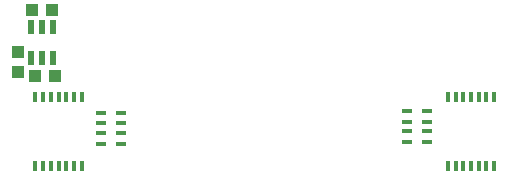
<source format=gbr>
G04 EAGLE Gerber RS-274X export*
G75*
%MOMM*%
%FSLAX34Y34*%
%LPD*%
%INSolderpaste Bottom*%
%IPPOS*%
%AMOC8*
5,1,8,0,0,1.08239X$1,22.5*%
G01*
%ADD10R,0.350000X0.900000*%
%ADD11R,0.900000X0.450000*%
%ADD12R,1.075000X1.000000*%
%ADD13R,0.550000X1.200000*%
%ADD14R,1.000000X1.075000*%


D10*
X408490Y142915D03*
X414990Y142915D03*
X421490Y142915D03*
X427990Y142915D03*
X434490Y142915D03*
X440990Y142915D03*
X447490Y142915D03*
X447490Y84415D03*
X440990Y84415D03*
X434490Y84415D03*
X427990Y84415D03*
X421490Y84415D03*
X414990Y84415D03*
X408490Y84415D03*
X98240Y85050D03*
X91740Y85050D03*
X85240Y85050D03*
X78740Y85050D03*
X72240Y85050D03*
X65740Y85050D03*
X59240Y85050D03*
X59240Y143550D03*
X65740Y143550D03*
X72240Y143550D03*
X78740Y143550D03*
X85240Y143550D03*
X91740Y143550D03*
X98240Y143550D03*
D11*
X373770Y131110D03*
X390770Y131110D03*
X373770Y122110D03*
X373770Y114110D03*
X373770Y105110D03*
X390770Y105110D03*
X390770Y122110D03*
X390770Y114110D03*
X131690Y103840D03*
X114690Y103840D03*
X131690Y112840D03*
X131690Y120840D03*
X131690Y129840D03*
X114690Y129840D03*
X114690Y112840D03*
X114690Y120840D03*
D12*
X75810Y161290D03*
X58810Y161290D03*
D13*
X74270Y176230D03*
X64770Y176230D03*
X55270Y176230D03*
X55270Y202230D03*
X64770Y202230D03*
X74270Y202230D03*
D12*
X56270Y217170D03*
X73270Y217170D03*
D14*
X44450Y164220D03*
X44450Y181220D03*
M02*

</source>
